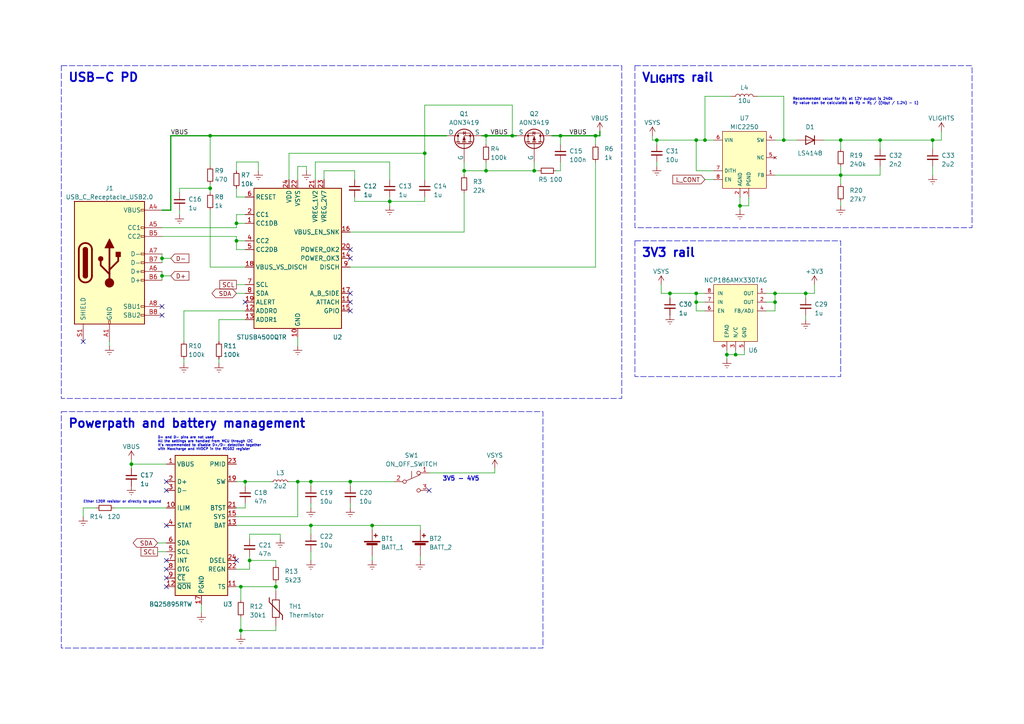
<source format=kicad_sch>
(kicad_sch (version 20230121) (generator eeschema)
  (paper "A4")
  (title_block (title "Aitken - Power") (date "2023-10-29") (rev "0.1") (company "b1u3-22"))
  (lib_symbols
    (symbol "Battery_Management:BQ25895RTW"
      (property "Reference" "U" (at -5.08 22.86 0))
      (property "Value" "BQ25895RTW" (at 5.08 22.86 0))
      (symbol "BQ25895RTW_0_1"
        (rectangle (start -7.62 20.32) (end 7.62 -20.32) (stroke (width 0.254)) (fill (type background)))
      )
      (symbol "BQ25895RTW_1_1"
        (pin power_in line (at -10.16 17.78 0) (length 2.54) (name "VBUS") (number "1"))
        (pin passive line (at -10.16 5.08 0) (length 2.54) (name "ILIM") (number "10"))
        (pin passive line (at 10.16 -17.78 180) (length 2.54) (name "TS") (number "11"))
        (pin input line (at -10.16 -17.78 0) (length 2.54) (name "~{QON}") (number "12"))
        (pin passive line (at 10.16 0 180) (length 2.54) (name "BAT") (number "13"))
        (pin passive line (at 10.16 0 180) (length 2.54) hide (name "BAT") (number "14"))
        (pin passive line (at 10.16 2.54 180) (length 2.54) (name "SYS") (number "15"))
        (pin passive line (at 10.16 2.54 180) (length 2.54) hide (name "SYS") (number "16"))
        (pin power_in line (at 0 -22.86 90) (length 2.54) (name "PGND") (number "17"))
        (pin passive line (at 0 -22.86 90) (length 2.54) hide (name "PGND") (number "18"))
        (pin power_out line (at 10.16 12.7 180) (length 2.54) (name "SW") (number "19"))
        (pin bidirectional line (at -10.16 12.7 0) (length 2.54) (name "D+") (number "2"))
        (pin passive line (at 10.16 12.7 180) (length 2.54) hide (name "SW") (number "20"))
        (pin passive line (at 10.16 5.08 180) (length 2.54) (name "BTST") (number "21"))
        (pin passive line (at 10.16 -12.7 180) (length 2.54) (name "REGN") (number "22"))
        (pin power_out line (at 10.16 17.78 180) (length 2.54) (name "PMID") (number "23"))
        (pin open_collector line (at 10.16 -10.16 180) (length 2.54) (name "DSEL") (number "24"))
        (pin passive line (at 0 -22.86 90) (length 2.54) hide (name "PGND") (number "25"))
        (pin bidirectional line (at -10.16 10.16 0) (length 2.54) (name "D-") (number "3"))
        (pin open_collector line (at -10.16 0 0) (length 2.54) (name "STAT") (number "4"))
        (pin input line (at -10.16 -7.62 0) (length 2.54) (name "SCL") (number "5"))
        (pin bidirectional line (at -10.16 -5.08 0) (length 2.54) (name "SDA") (number "6"))
        (pin open_collector line (at -10.16 -10.16 0) (length 2.54) (name "INT") (number "7"))
        (pin input line (at -10.16 -12.7 0) (length 2.54) (name "OTG") (number "8"))
        (pin input line (at -10.16 -15.24 0) (length 2.54) (name "~{CE}") (number "9"))
      )
    )
    (symbol "Connector:USB_C_Receptacle_USB2.0" (pin_names (offset 1.016))
      (property "Reference" "J" (at -10.16 19.05 0))
      (property "Value" "USB_C_Receptacle_USB2.0" (at 19.05 19.05 0))
      (symbol "USB_C_Receptacle_USB2.0_0_0"
        (rectangle (start -0.254 -17.78) (end 0.254 -16.764))
        (rectangle (start 10.16 -14.986) (end 9.144 -15.494))
        (rectangle (start 10.16 -12.446) (end 9.144 -12.954))
        (rectangle (start 10.16 -4.826) (end 9.144 -5.334))
        (rectangle (start 10.16 -2.286) (end 9.144 -2.794))
        (rectangle (start 10.16 0.254) (end 9.144 -0.254))
        (rectangle (start 10.16 2.794) (end 9.144 2.286))
        (rectangle (start 10.16 7.874) (end 9.144 7.366))
        (rectangle (start 10.16 10.414) (end 9.144 9.906))
        (rectangle (start 10.16 15.494) (end 9.144 14.986))
      )
      (symbol "USB_C_Receptacle_USB2.0_0_1"
        (rectangle (start -10.16 17.78) (end 10.16 -17.78) (stroke (width 0.254)) (fill (type background)))
        (arc (start -8.89 -3.81) (mid -6.985 -5.7067) (end -5.08 -3.81) (stroke (width 0.508)))
        (arc (start -7.62 -3.81) (mid -6.985 -4.4423) (end -6.35 -3.81) (stroke (width 0.254)))
        (arc (start -7.62 -3.81) (mid -6.985 -4.4423) (end -6.35 -3.81) (stroke (width 0.254)) (fill (type outline)))
        (rectangle (start -7.62 -3.81) (end -6.35 3.81) (stroke (width 0.254)) (fill (type outline)))
        (arc (start -6.35 3.81) (mid -6.985 4.4423) (end -7.62 3.81) (stroke (width 0.254)))
        (arc (start -6.35 3.81) (mid -6.985 4.4423) (end -7.62 3.81) (stroke (width 0.254)) (fill (type outline)))
        (arc (start -5.08 3.81) (mid -6.985 5.7067) (end -8.89 3.81) (stroke (width 0.508)))
        (circle (center -2.54 1.143) (radius 0.635) (stroke (width 0.254)) (fill (type outline)))
        (circle (center 0 -5.842) (radius 1.27) (fill (type outline)))
        (polyline (pts (xy -8.89 -3.81) (xy -8.89 3.81)) (stroke (width 0.508)))
        (polyline (pts (xy -5.08 3.81) (xy -5.08 -3.81)) (stroke (width 0.508)))
        (polyline (pts (xy 0 -5.842) (xy 0 4.318)) (stroke (width 0.508)))
        (polyline (pts (xy 0 -3.302) (xy -2.54 -0.762) (xy -2.54 0.508)) (stroke (width 0.508)))
        (polyline (pts (xy 0 -2.032) (xy 2.54 0.508) (xy 2.54 1.778)) (stroke (width 0.508)))
        (polyline (pts (xy -1.27 4.318) (xy 0 6.858) (xy 1.27 4.318) (xy -1.27 4.318)) (stroke (width 0.254)) (fill (type outline)))
        (rectangle (start 1.905 1.778) (end 3.175 3.048) (stroke (width 0.254)) (fill (type outline)))
      )
      (symbol "USB_C_Receptacle_USB2.0_1_1"
        (pin passive line (at 0 -22.86 90) (length 5.08) (name "GND") (number "A1"))
        (pin passive line (at 0 -22.86 90) (length 5.08) hide (name "GND") (number "A12"))
        (pin passive line (at 15.24 15.24 180) (length 5.08) (name "VBUS") (number "A4"))
        (pin bidirectional line (at 15.24 10.16 180) (length 5.08) (name "CC1") (number "A5"))
        (pin bidirectional line (at 15.24 -2.54 180) (length 5.08) (name "D+") (number "A6"))
        (pin bidirectional line (at 15.24 2.54 180) (length 5.08) (name "D-") (number "A7"))
        (pin bidirectional line (at 15.24 -12.7 180) (length 5.08) (name "SBU1") (number "A8"))
        (pin passive line (at 15.24 15.24 180) (length 5.08) hide (name "VBUS") (number "A9"))
        (pin passive line (at 0 -22.86 90) (length 5.08) hide (name "GND") (number "B1"))
        (pin passive line (at 0 -22.86 90) (length 5.08) hide (name "GND") (number "B12"))
        (pin passive line (at 15.24 15.24 180) (length 5.08) hide (name "VBUS") (number "B4"))
        (pin bidirectional line (at 15.24 7.62 180) (length 5.08) (name "CC2") (number "B5"))
        (pin bidirectional line (at 15.24 -5.08 180) (length 5.08) (name "D+") (number "B6"))
        (pin bidirectional line (at 15.24 0 180) (length 5.08) (name "D-") (number "B7"))
        (pin bidirectional line (at 15.24 -15.24 180) (length 5.08) (name "SBU2") (number "B8"))
        (pin passive line (at 15.24 15.24 180) (length 5.08) hide (name "VBUS") (number "B9"))
        (pin passive line (at -7.62 -22.86 90) (length 5.08) (name "SHIELD") (number "S1"))
      )
    )
    (symbol "Device:Battery_Cell" (pin_numbers hide) (pin_names (offset 0) hide)
      (property "Reference" "BT" (at 2.54 2.54 0))
      (property "Value" "Battery_Cell" (at 2.54 0 0))
      (symbol "Battery_Cell_0_1"
        (rectangle (start -2.286 1.778) (end 2.286 1.524) (fill (type outline)))
        (rectangle (start -1.5748 1.1938) (end 1.4732 0.6858) (fill (type outline)))
        (polyline (pts (xy 0 0.762) (xy 0 0)))
        (polyline (pts (xy 0 1.778) (xy 0 2.54)))
        (polyline (pts (xy 0.508 3.429) (xy 1.524 3.429)) (stroke (width 0.254)))
        (polyline (pts (xy 1.016 3.937) (xy 1.016 2.921)) (stroke (width 0.254)))
      )
      (symbol "Battery_Cell_1_1"
        (pin passive line (at 0 5.08 270) (length 2.54) (name "+") (number "1"))
        (pin passive line (at 0 -2.54 90) (length 2.54) (name "-") (number "2"))
      )
    )
    (symbol "Device:C_Small" (pin_numbers hide) (pin_names (offset 0.254) hide)
      (property "Reference" "C" (at 0.254 1.778 0))
      (property "Value" "C_Small" (at 0.254 -2.032 0))
      (symbol "C_Small_0_1"
        (polyline (pts (xy -1.524 -0.508) (xy 1.524 -0.508)) (stroke (width 0.3302)))
        (polyline (pts (xy -1.524 0.508) (xy 1.524 0.508)) (stroke (width 0.3048)))
      )
      (symbol "C_Small_1_1"
        (pin passive line (at 0 2.54 270) (length 2.032) (name "~") (number "1"))
        (pin passive line (at 0 -2.54 90) (length 2.032) (name "~") (number "2"))
      )
    )
    (symbol "Device:D" (pin_numbers hide) (pin_names (offset 1.016) hide)
      (property "Reference" "D" (at 0 2.54 0))
      (property "Value" "D" (at 0 -2.54 0))
      (symbol "D_0_1"
        (polyline (pts (xy -1.27 1.27) (xy -1.27 -1.27)) (stroke (width 0.254)))
        (polyline (pts (xy 1.27 0) (xy -1.27 0)))
        (polyline (pts (xy 1.27 1.27) (xy 1.27 -1.27) (xy -1.27 0) (xy 1.27 1.27)) (stroke (width 0.254)))
      )
      (symbol "D_1_1"
        (pin passive line (at -3.81 0 0) (length 2.54) (name "K") (number "1"))
        (pin passive line (at 3.81 0 180) (length 2.54) (name "A") (number "2"))
      )
    )
    (symbol "Device:L" (pin_numbers hide) (pin_names (offset 1.016) hide)
      (property "Reference" "L" (at -1.27 0 90))
      (property "Value" "L" (at 1.905 0 90))
      (symbol "L_0_1"
        (arc (start 0 -2.54) (mid 0.6323 -1.905) (end 0 -1.27))
        (arc (start 0 -1.27) (mid 0.6323 -0.635) (end 0 0))
        (arc (start 0 0) (mid 0.6323 0.635) (end 0 1.27))
        (arc (start 0 1.27) (mid 0.6323 1.905) (end 0 2.54))
      )
      (symbol "L_1_1"
        (pin passive line (at 0 3.81 270) (length 1.27) (name "1") (number "1"))
        (pin passive line (at 0 -3.81 90) (length 1.27) (name "2") (number "2"))
      )
    )
    (symbol "Device:L_Small" (pin_numbers hide) (pin_names (offset 0.254) hide)
      (property "Reference" "L" (at 0.762 1.016 0))
      (property "Value" "L_Small" (at 0.762 -1.016 0))
      (symbol "L_Small_0_1"
        (arc (start 0 -2.032) (mid 0.5058 -1.524) (end 0 -1.016))
        (arc (start 0 -1.016) (mid 0.5058 -0.508) (end 0 0))
        (arc (start 0 0) (mid 0.5058 0.508) (end 0 1.016))
        (arc (start 0 1.016) (mid 0.5058 1.524) (end 0 2.032))
      )
      (symbol "L_Small_1_1"
        (pin passive line (at 0 2.54 270) (length 0.508) (name "~") (number "1"))
        (pin passive line (at 0 -2.54 90) (length 0.508) (name "~") (number "2"))
      )
    )
    (symbol "Device:R_Small" (pin_numbers hide) (pin_names (offset 0.254) hide)
      (property "Reference" "R" (at 0.762 0.508 0))
      (property "Value" "R_Small" (at 0.762 -1.016 0))
      (symbol "R_Small_0_1"
        (rectangle (start -0.762 1.778) (end 0.762 -1.778) (stroke (width 0.2032)))
      )
      (symbol "R_Small_1_1"
        (pin passive line (at 0 2.54 270) (length 0.762) (name "~") (number "1"))
        (pin passive line (at 0 -2.54 90) (length 0.762) (name "~") (number "2"))
      )
    )
    (symbol "Device:Thermistor" (pin_numbers hide) (pin_names (offset 0))
      (property "Reference" "TH" (at 2.54 1.27 90))
      (property "Value" "Thermistor" (at -2.54 0 90))
      (symbol "Thermistor_0_1"
        (rectangle (start -1.016 2.54) (end 1.016 -2.54) (stroke (width 0.2032)))
        (polyline (pts (xy -1.905 3.175) (xy -1.905 1.905) (xy 1.905 -1.905) (xy 1.905 -3.175) (xy 1.905 -3.175)) (stroke (width 0.254)))
      )
      (symbol "Thermistor_1_1"
        (pin passive line (at 0 5.08 270) (length 2.54) (name "~") (number "1"))
        (pin passive line (at 0 -5.08 90) (length 2.54) (name "~") (number "2"))
      )
    )
    (symbol "Interface_USB:STUSB4500QTR"
      (property "Reference" "U" (at -12.7 21.59 0))
      (property "Value" "STUSB4500QTR" (at 8.89 -21.59 0))
      (symbol "STUSB4500QTR_0_1"
        (rectangle (start -12.7 20.32) (end 12.7 -20.32) (stroke (width 0.254)) (fill (type background)))
      )
      (symbol "STUSB4500QTR_1_1"
        (pin bidirectional line (at -15.24 10.16 0) (length 2.54) (name "CC1DB") (number "1"))
        (pin power_in line (at 0 -22.86 90) (length 2.54) (name "GND") (number "10"))
        (pin open_collector line (at 15.24 -12.7 180) (length 2.54) (name "ATTACH") (number "11"))
        (pin input line (at -15.24 -15.24 0) (length 2.54) (name "ADDR0") (number "12"))
        (pin input line (at -15.24 -17.78 0) (length 2.54) (name "ADDR1") (number "13"))
        (pin open_collector line (at 15.24 0 180) (length 2.54) (name "POWER_OK3") (number "14"))
        (pin open_collector line (at 15.24 -15.24 180) (length 2.54) (name "GPIO") (number "15"))
        (pin open_collector line (at 15.24 7.62 180) (length 2.54) (name "VBUS_EN_SNK") (number "16"))
        (pin open_collector line (at 15.24 -10.16 180) (length 2.54) (name "A_B_SIDE") (number "17"))
        (pin input line (at -15.24 -2.54 0) (length 2.54) (name "VBUS_VS_DISCH") (number "18"))
        (pin open_collector line (at -15.24 -12.7 0) (length 2.54) (name "ALERT") (number "19"))
        (pin bidirectional line (at -15.24 12.7 0) (length 2.54) (name "CC1") (number "2"))
        (pin open_collector line (at 15.24 2.54 180) (length 2.54) (name "POWER_OK2") (number "20"))
        (pin power_out line (at 5.08 22.86 270) (length 2.54) (name "VREG_1V2") (number "21"))
        (pin power_in line (at 0 22.86 270) (length 2.54) (name "VSYS") (number "22"))
        (pin power_out line (at 7.62 22.86 270) (length 2.54) (name "VREG_2V7") (number "23"))
        (pin power_in line (at -2.54 22.86 270) (length 2.54) (name "VDD") (number "24"))
        (pin passive line (at 0 -22.86 90) (length 2.54) hide (name "GND") (number "25"))
        (pin no_connect line (at -12.7 15.24 0) (length 2.54) hide (name "NC") (number "3"))
        (pin bidirectional line (at -15.24 5.08 0) (length 2.54) (name "CC2") (number "4"))
        (pin bidirectional line (at -15.24 2.54 0) (length 2.54) (name "CC2DB") (number "5"))
        (pin input line (at -15.24 17.78 0) (length 2.54) (name "RESET") (number "6"))
        (pin input line (at -15.24 -7.62 0) (length 2.54) (name "SCL") (number "7"))
        (pin bidirectional line (at -15.24 -10.16 0) (length 2.54) (name "SDA") (number "8"))
        (pin bidirectional line (at 15.24 -2.54 180) (length 2.54) (name "DISCH") (number "9"))
      )
    )
    (symbol "Regulators_Switching:MIC2250"
      (property "Reference" "U" (at 6.35 -6.35 0))
      (property "Value" "MIC2250" (at 0 13.97 0))
      (symbol "MIC2250_1_0"
        (pin input line (at 8.89 0 180) (length 2.54) (name "FB") (number "1"))
        (pin passive line (at -1.27 -6.35 90) (length 2.54) (name "AGND") (number "2"))
        (pin passive line (at 1.27 -6.35 90) (length 2.54) (name "PGND") (number "3"))
        (pin power_out line (at 8.89 10.16 180) (length 2.54) (name "SW") (number "4"))
        (pin no_connect line (at 8.89 5.08 180) (length 2.54) (name "NC") (number "5"))
        (pin power_in line (at -8.89 10.16 0) (length 2.54) (name "VIN") (number "6"))
        (pin input line (at -8.89 1.27 0) (length 2.54) (name "DITH") (number "7"))
        (pin input line (at -8.89 -1.27 0) (length 2.54) (name "EN") (number "8"))
      )
      (symbol "MIC2250_1_1"
        (rectangle (start -6.35 12.7) (end 6.35 -3.81) (fill (type background)))
      )
    )
    (symbol "Simulation_SPICE:PMOS" (pin_numbers hide) (pin_names (offset 0))
      (property "Reference" "Q" (at 5.08 1.27 0))
      (property "Value" "PMOS" (at 5.08 -1.27 0))
      (symbol "PMOS_0_1"
        (polyline (pts (xy 0.254 0) (xy -2.54 0)))
        (polyline (pts (xy 0.254 1.905) (xy 0.254 -1.905)) (stroke (width 0.254)))
        (polyline (pts (xy 0.762 -1.27) (xy 0.762 -2.286)) (stroke (width 0.254)))
        (polyline (pts (xy 0.762 0.508) (xy 0.762 -0.508)) (stroke (width 0.254)))
        (polyline (pts (xy 0.762 2.286) (xy 0.762 1.27)) (stroke (width 0.254)))
        (polyline (pts (xy 2.54 2.54) (xy 2.54 1.778)))
        (polyline (pts (xy 2.54 -2.54) (xy 2.54 0) (xy 0.762 0)))
        (polyline (pts (xy 0.762 1.778) (xy 3.302 1.778) (xy 3.302 -1.778) (xy 0.762 -1.778)))
        (polyline (pts (xy 2.286 0) (xy 1.27 0.381) (xy 1.27 -0.381) (xy 2.286 0)) (fill (type outline)))
        (polyline (pts (xy 2.794 -0.508) (xy 2.921 -0.381) (xy 3.683 -0.381) (xy 3.81 -0.254)))
        (polyline (pts (xy 3.302 -0.381) (xy 2.921 0.254) (xy 3.683 0.254) (xy 3.302 -0.381)))
        (circle (center 1.651 0) (radius 2.794) (stroke (width 0.254)))
        (circle (center 2.54 -1.778) (radius 0.254) (fill (type outline)))
        (circle (center 2.54 1.778) (radius 0.254) (fill (type outline)))
      )
      (symbol "PMOS_1_1"
        (pin passive line (at 2.54 5.08 270) (length 2.54) (name "D") (number "1"))
        (pin input line (at -5.08 0 0) (length 2.54) (name "G") (number "2"))
        (pin passive line (at 2.54 -5.08 90) (length 2.54) (name "S") (number "3"))
      )
    )
    (symbol "Snapeda:NCP186AMX330TAG" (pin_names (offset 1.016))
      (property "Reference" "U6" (at 1.27 -5.08 0))
      (property "Value" "NCP186AMX330TAG" (at -3.81 15.24 0))
      (symbol "NCP186AMX330TAG_0_0"
        (rectangle (start -10.16 13.97) (end 2.54 -2.54) (stroke (width 0.1524)) (fill (type background)))
      )
      (symbol "NCP186AMX330TAG_1_0"
        (pin output line (at 5.08 11.43 180) (length 2.54) (name "OUT") (number "1"))
        (pin output line (at 5.08 8.89 180) (length 2.54) (name "OUT") (number "2"))
        (pin passive line (at -3.81 -5.08 90) (length 2.54) (name "N/C") (number "3"))
        (pin input line (at 5.08 6.35 180) (length 2.54) (name "FB/ADJ") (number "4"))
        (pin power_in line (at -1.27 -5.08 90) (length 2.54) (name "GND") (number "5"))
        (pin input line (at -12.7 6.35 0) (length 2.54) (name "EN") (number "6"))
        (pin input line (at -12.7 8.89 0) (length 2.54) (name "IN") (number "7"))
        (pin input line (at -12.7 11.43 0) (length 2.54) (name "IN") (number "8"))
        (pin power_in line (at -6.35 -5.08 90) (length 2.54) (name "EPAD") (number "9"))
      )
    )
    (symbol "Switch:SW_Push_SPDT" (pin_names (offset 0) hide)
      (property "Reference" "SW" (at 0 4.318 0))
      (property "Value" "SW_Push_SPDT" (at 0 -5.08 0))
      (symbol "SW_Push_SPDT_0_0"
        (circle (center -2.032 0) (radius 0.508))
        (polyline (pts (xy 0 1.016) (xy 0 3.048)))
        (circle (center 2.032 -2.54) (radius 0.508))
      )
      (symbol "SW_Push_SPDT_0_1"
        (polyline (pts (xy -1.524 0.254) (xy 2.54 2.032)))
        (circle (center 2.032 2.54) (radius 0.508))
      )
      (symbol "SW_Push_SPDT_1_1"
        (pin passive line (at 5.08 2.54 180) (length 2.54) (name "A") (number "1"))
        (pin passive line (at -5.08 0 0) (length 2.54) (name "B") (number "2"))
        (pin passive line (at 5.08 -2.54 180) (length 2.54) (name "C") (number "3"))
      )
    )
    (symbol "more_power:VLIGHTS" (power) (pin_names (offset 0))
      (property "Value" "VLIGHTS" (at 0 3.81 0))
      (symbol "VLIGHTS_0_1"
        (polyline (pts (xy -0.762 1.27) (xy 0 2.54)))
        (polyline (pts (xy 0 0) (xy 0 2.54)))
        (polyline (pts (xy 0 2.54) (xy 0.762 1.27)))
      )
      (symbol "VLIGHTS_1_1"
        (pin power_in line (at 0 0 90) (length 0) hide (name "VLIGHTS") (number "1"))
      )
    )
    (symbol "more_power:VSYS" (power) (pin_names (offset 0))
      (property "Value" "VSYS" (at 0 3.81 0))
      (symbol "VSYS_0_1"
        (polyline (pts (xy -0.762 1.27) (xy 0 2.54)))
        (polyline (pts (xy 0 0) (xy 0 2.54)))
        (polyline (pts (xy 0 2.54) (xy 0.762 1.27)))
      )
      (symbol "VSYS_1_1"
        (pin power_in line (at 0 0 90) (length 0) hide (name "VSYS") (number "1"))
      )
    )
    (symbol "power:+3V3" (power) (pin_names (offset 0))
      (property "Value" "+3V3" (at 0 3.556 0))
      (symbol "+3V3_0_1"
        (polyline (pts (xy -0.762 1.27) (xy 0 2.54)))
        (polyline (pts (xy 0 0) (xy 0 2.54)))
        (polyline (pts (xy 0 2.54) (xy 0.762 1.27)))
      )
      (symbol "+3V3_1_1"
        (pin power_in line (at 0 0 90) (length 0) hide (name "+3V3") (number "1"))
      )
    )
    (symbol "power:Earth" (power) (pin_names (offset 0))
      (symbol "Earth_0_1"
        (polyline (pts (xy -0.635 -1.905) (xy 0.635 -1.905)))
        (polyline (pts (xy -0.127 -2.54) (xy 0.127 -2.54)))
        (polyline (pts (xy 0 -1.27) (xy 0 0)))
        (polyline (pts (xy 1.27 -1.27) (xy -1.27 -1.27)))
      )
      (symbol "Earth_1_1"
        (pin power_in line (at 0 0 270) (length 0) hide (name "Earth") (number "1"))
      )
    )
    (symbol "power:VBUS" (power) (pin_names (offset 0))
      (property "Value" "VBUS" (at 0 3.81 0))
      (symbol "VBUS_0_1"
        (polyline (pts (xy -0.762 1.27) (xy 0 2.54)))
        (polyline (pts (xy 0 0) (xy 0 2.54)))
        (polyline (pts (xy 0 2.54) (xy 0.762 1.27)))
      )
      (symbol "VBUS_1_1"
        (pin power_in line (at 0 0 90) (length 0) hide (name "VBUS") (number "1"))
      )
    )
  )
  (junction (at 140.97 39.37))
  (junction (at 68.58 64.77))
  (junction (at 243.84 50.8))
  (junction (at 46.99 80.01))
  (junction (at 162.56 39.37))
  (junction (at 210.82 102.87))
  (junction (at 224.79 87.63))
  (junction (at 69.85 170.18))
  (junction (at 201.93 40.64))
  (junction (at 243.84 40.64))
  (junction (at 71.12 139.7))
  (junction (at 214.63 59.69))
  (junction (at 38.1 134.62))
  (junction (at 134.62 49.53))
  (junction (at 46.99 74.93))
  (junction (at 60.96 39.37))
  (junction (at 213.36 102.87))
  (junction (at 90.17 152.4))
  (junction (at 204.47 40.64))
  (junction (at 201.93 87.63))
  (junction (at 154.94 49.53))
  (junction (at 80.01 170.18))
  (junction (at 72.39 162.56))
  (junction (at 86.36 139.7))
  (junction (at 255.27 40.64))
  (junction (at 90.17 139.7))
  (junction (at 172.72 39.37))
  (junction (at 69.85 182.88))
  (junction (at 148.59 39.37))
  (junction (at 194.31 85.09))
  (junction (at 224.79 85.09))
  (junction (at 113.03 58.42))
  (junction (at 123.19 44.45))
  (junction (at 60.96 54.61))
  (junction (at 140.97 49.53))
  (junction (at 101.6 139.7))
  (junction (at 190.5 40.64))
  (junction (at 68.58 69.85))
  (junction (at 233.68 85.09))
  (junction (at 201.93 85.09))
  (junction (at 107.95 152.4))
  (junction (at 270.51 40.64))
  (junction (at 227.33 40.64))
  (no_connect (at 71.12 87.63))
  (no_connect (at 101.6 90.17))
  (no_connect (at 48.26 167.64))
  (no_connect (at 48.26 165.1))
  (no_connect (at 101.6 87.63))
  (no_connect (at 24.13 99.06))
  (no_connect (at 48.26 142.24))
  (no_connect (at 101.6 74.93))
  (no_connect (at 101.6 72.39))
  (no_connect (at 48.26 139.7))
  (no_connect (at 48.26 170.18))
  (no_connect (at 101.6 85.09))
  (no_connect (at 68.58 162.56))
  (no_connect (at 46.99 91.44))
  (no_connect (at 48.26 152.4))
  (no_connect (at 46.99 88.9))
  (no_connect (at 124.46 142.24))
  (no_connect (at 48.26 162.56))
  (wire (pts (xy 201.93 49.53) (xy 201.93 40.64)))
  (wire (pts (xy 154.94 49.53) (xy 156.21 49.53)))
  (wire (pts (xy 270.51 48.26) (xy 270.51 50.8)))
  (wire (pts (xy 243.84 50.8) (xy 243.84 53.34)))
  (wire (pts (xy 123.19 44.45) (xy 83.82 44.45)))
  (wire (pts (xy 204.47 27.94) (xy 212.09 27.94)))
  (wire (pts (xy 63.5 104.14) (xy 63.5 105.41)))
  (wire (pts (xy 107.95 161.29) (xy 107.95 162.56)))
  (wire (pts (xy 69.85 170.18) (xy 80.01 170.18)))
  (wire (pts (xy 207.01 49.53) (xy 201.93 49.53)))
  (wire (pts (xy 123.19 58.42) (xy 113.03 58.42)))
  (wire (pts (xy 49.53 60.96) (xy 49.53 39.37)) (stroke (width 0.35)))
  (wire (pts (xy 255.27 40.64) (xy 270.51 40.64)))
  (wire (pts (xy 201.93 85.09) (xy 204.47 85.09)))
  (wire (pts (xy 80.01 168.91) (xy 80.01 170.18)))
  (wire (pts (xy 90.17 146.05) (xy 90.17 147.32)))
  (wire (pts (xy 49.53 39.37) (xy 60.96 39.37)) (stroke (width 0.35)))
  (wire (pts (xy 68.58 57.15) (xy 68.58 54.61)))
  (wire (pts (xy 124.46 137.16) (xy 143.51 137.16)))
  (wire (pts (xy 134.62 49.53) (xy 140.97 49.53)))
  (wire (pts (xy 214.63 59.69) (xy 217.17 59.69)))
  (wire (pts (xy 71.12 139.7) (xy 71.12 140.97)))
  (wire (pts (xy 90.17 160.02) (xy 90.17 162.56)))
  (wire (pts (xy 71.12 139.7) (xy 78.74 139.7)))
  (wire (pts (xy 222.25 85.09) (xy 224.79 85.09)))
  (wire (pts (xy 24.13 149.86) (xy 24.13 147.32)))
  (wire (pts (xy 86.36 139.7) (xy 90.17 139.7)))
  (wire (pts (xy 213.36 102.87) (xy 215.9 102.87)))
  (wire (pts (xy 46.99 80.01) (xy 46.99 78.74)))
  (wire (pts (xy 222.25 90.17) (xy 224.79 90.17)))
  (wire (pts (xy 74.93 46.99) (xy 74.93 49.53)))
  (wire (pts (xy 46.99 80.01) (xy 46.99 81.28)))
  (wire (pts (xy 93.98 52.07) (xy 93.98 49.53)))
  (wire (pts (xy 214.63 59.69) (xy 214.63 60.96)))
  (wire (pts (xy 60.96 77.47) (xy 60.96 60.96)))
  (wire (pts (xy 90.17 139.7) (xy 90.17 140.97)))
  (wire (pts (xy 86.36 48.26) (xy 88.9 48.26)))
  (wire (pts (xy 60.96 39.37) (xy 58.42 39.37)))
  (wire (pts (xy 233.68 91.44) (xy 233.68 92.71)))
  (wire (pts (xy 68.58 147.32) (xy 71.12 147.32)))
  (wire (pts (xy 148.59 39.37) (xy 148.59 30.48)))
  (wire (pts (xy 80.01 170.18) (xy 80.01 171.45)))
  (wire (pts (xy 210.82 102.87) (xy 210.82 104.14)))
  (wire (pts (xy 80.01 163.83) (xy 80.01 162.56)))
  (wire (pts (xy 69.85 182.88) (xy 80.01 182.88)))
  (wire (pts (xy 243.84 40.64) (xy 255.27 40.64)))
  (wire (pts (xy 68.58 64.77) (xy 68.58 62.23)))
  (wire (pts (xy 123.19 57.15) (xy 123.19 58.42)))
  (wire (pts (xy 243.84 50.8) (xy 243.84 48.26)))
  (wire (pts (xy 140.97 39.37) (xy 148.59 39.37)) (stroke (width 0.35)))
  (wire (pts (xy 236.22 85.09) (xy 236.22 82.55)))
  (wire (pts (xy 162.56 39.37) (xy 172.72 39.37)) (stroke (width 0.35)))
  (wire (pts (xy 63.5 99.06) (xy 63.5 92.71)))
  (wire (pts (xy 233.68 85.09) (xy 236.22 85.09)))
  (wire (pts (xy 91.44 52.07) (xy 91.44 46.99)))
  (wire (pts (xy 45.72 160.02) (xy 48.26 160.02)))
  (wire (pts (xy 31.75 99.06) (xy 31.75 100.33)))
  (wire (pts (xy 143.51 137.16) (xy 143.51 135.89)))
  (wire (pts (xy 201.93 87.63) (xy 204.47 87.63)))
  (wire (pts (xy 194.31 85.09) (xy 191.77 85.09)))
  (wire (pts (xy 71.12 72.39) (xy 68.58 72.39)))
  (wire (pts (xy 86.36 52.07) (xy 86.36 48.26)))
  (wire (pts (xy 102.87 58.42) (xy 102.87 57.15)))
  (wire (pts (xy 201.93 40.64) (xy 204.47 40.64)))
  (wire (pts (xy 134.62 49.53) (xy 134.62 50.8)))
  (wire (pts (xy 72.39 162.56) (xy 80.01 162.56)))
  (wire (pts (xy 90.17 152.4) (xy 90.17 154.94)))
  (wire (pts (xy 71.12 147.32) (xy 71.12 146.05)))
  (wire (pts (xy 162.56 39.37) (xy 162.56 41.91)))
  (wire (pts (xy 68.58 68.58) (xy 68.58 69.85)))
  (wire (pts (xy 214.63 57.15) (xy 214.63 59.69)))
  (wire (pts (xy 68.58 62.23) (xy 71.12 62.23)))
  (wire (pts (xy 233.68 85.09) (xy 233.68 86.36)))
  (wire (pts (xy 88.9 48.26) (xy 88.9 49.53)))
  (wire (pts (xy 101.6 67.31) (xy 134.62 67.31)))
  (wire (pts (xy 68.58 49.53) (xy 68.58 46.99)))
  (wire (pts (xy 46.99 74.93) (xy 49.53 74.93)))
  (wire (pts (xy 86.36 139.7) (xy 83.82 139.7)))
  (wire (pts (xy 72.39 156.21) (xy 72.39 154.94)))
  (wire (pts (xy 172.72 46.99) (xy 172.72 77.47)))
  (wire (pts (xy 162.56 49.53) (xy 162.56 46.99)))
  (wire (pts (xy 190.5 41.91) (xy 190.5 40.64)))
  (wire (pts (xy 68.58 46.99) (xy 74.93 46.99)))
  (wire (pts (xy 224.79 90.17) (xy 224.79 87.63)))
  (wire (pts (xy 215.9 102.87) (xy 215.9 101.6)))
  (wire (pts (xy 123.19 30.48) (xy 123.19 44.45)))
  (wire (pts (xy 204.47 40.64) (xy 204.47 27.94)))
  (wire (pts (xy 53.34 104.14) (xy 53.34 105.41)))
  (wire (pts (xy 121.92 152.4) (xy 121.92 153.67)))
  (wire (pts (xy 68.58 64.77) (xy 68.58 66.04)))
  (wire (pts (xy 68.58 165.1) (xy 72.39 165.1)))
  (wire (pts (xy 33.02 147.32) (xy 48.26 147.32)))
  (wire (pts (xy 217.17 59.69) (xy 217.17 57.15)))
  (wire (pts (xy 68.58 170.18) (xy 69.85 170.18)))
  (wire (pts (xy 52.07 60.96) (xy 52.07 62.23)))
  (wire (pts (xy 60.96 39.37) (xy 60.96 48.26)))
  (wire (pts (xy 172.72 39.37) (xy 173.99 39.37)) (stroke (width 0.35)))
  (wire (pts (xy 222.25 87.63) (xy 224.79 87.63)))
  (wire (pts (xy 52.07 54.61) (xy 60.96 54.61)))
  (wire (pts (xy 68.58 152.4) (xy 90.17 152.4)))
  (wire (pts (xy 46.99 66.04) (xy 68.58 66.04)))
  (wire (pts (xy 101.6 139.7) (xy 114.3 139.7)))
  (wire (pts (xy 210.82 102.87) (xy 213.36 102.87)))
  (wire (pts (xy 210.82 102.87) (xy 210.82 101.6)))
  (wire (pts (xy 154.94 49.53) (xy 154.94 46.99)))
  (wire (pts (xy 58.42 175.26) (xy 58.42 177.8)))
  (wire (pts (xy 172.72 39.37) (xy 172.72 41.91)))
  (wire (pts (xy 227.33 27.94) (xy 227.33 40.64)))
  (wire (pts (xy 52.07 55.88) (xy 52.07 54.61)))
  (wire (pts (xy 270.51 40.64) (xy 270.51 43.18)))
  (wire (pts (xy 140.97 49.53) (xy 140.97 46.99)))
  (wire (pts (xy 172.72 77.47) (xy 101.6 77.47)))
  (wire (pts (xy 201.93 90.17) (xy 201.93 87.63)))
  (wire (pts (xy 68.58 69.85) (xy 71.12 69.85)))
  (wire (pts (xy 68.58 82.55) (xy 71.12 82.55)))
  (wire (pts (xy 68.58 149.86) (xy 86.36 149.86)))
  (wire (pts (xy 71.12 77.47) (xy 60.96 77.47)))
  (wire (pts (xy 38.1 135.89) (xy 38.1 134.62)))
  (wire (pts (xy 86.36 97.79) (xy 86.36 100.33)))
  (wire (pts (xy 224.79 87.63) (xy 224.79 85.09)))
  (wire (pts (xy 139.7 39.37) (xy 140.97 39.37)) (stroke (width 0.35)))
  (wire (pts (xy 53.34 90.17) (xy 53.34 99.06)))
  (wire (pts (xy 113.03 58.42) (xy 102.87 58.42)))
  (wire (pts (xy 71.12 64.77) (xy 68.58 64.77)))
  (wire (pts (xy 107.95 152.4) (xy 107.95 153.67)))
  (wire (pts (xy 102.87 49.53) (xy 102.87 52.07)))
  (wire (pts (xy 255.27 50.8) (xy 255.27 48.26)))
  (wire (pts (xy 255.27 40.64) (xy 255.27 43.18)))
  (wire (pts (xy 213.36 101.6) (xy 213.36 102.87)))
  (wire (pts (xy 69.85 170.18) (xy 69.85 173.99)))
  (wire (pts (xy 227.33 40.64) (xy 231.14 40.64)))
  (wire (pts (xy 63.5 92.71) (xy 71.12 92.71)))
  (wire (pts (xy 71.12 57.15) (xy 68.58 57.15)))
  (wire (pts (xy 46.99 73.66) (xy 46.99 74.93)))
  (wire (pts (xy 72.39 165.1) (xy 72.39 162.56)))
  (wire (pts (xy 81.28 154.94) (xy 81.28 156.21)))
  (wire (pts (xy 224.79 50.8) (xy 243.84 50.8)))
  (wire (pts (xy 72.39 162.56) (xy 72.39 161.29)))
  (wire (pts (xy 201.93 90.17) (xy 204.47 90.17)))
  (wire (pts (xy 243.84 40.64) (xy 243.84 43.18)))
  (wire (pts (xy 38.1 134.62) (xy 48.26 134.62)))
  (wire (pts (xy 190.5 40.64) (xy 189.23 40.64)))
  (wire (pts (xy 46.99 80.01) (xy 49.53 80.01)))
  (wire (pts (xy 72.39 154.94) (xy 81.28 154.94)))
  (wire (pts (xy 140.97 49.53) (xy 154.94 49.53)))
  (wire (pts (xy 68.58 72.39) (xy 68.58 69.85)))
  (wire (pts (xy 60.96 39.37) (xy 129.54 39.37)) (stroke (width 0.35)))
  (wire (pts (xy 123.19 44.45) (xy 123.19 52.07)))
  (wire (pts (xy 134.62 46.99) (xy 134.62 49.53)))
  (wire (pts (xy 161.29 49.53) (xy 162.56 49.53)))
  (wire (pts (xy 140.97 41.91) (xy 140.97 39.37)))
  (wire (pts (xy 80.01 182.88) (xy 80.01 181.61)))
  (wire (pts (xy 46.99 60.96) (xy 49.53 60.96)) (stroke (width 0.35)))
  (wire (pts (xy 69.85 179.07) (xy 69.85 182.88)))
  (wire (pts (xy 91.44 46.99) (xy 113.03 46.99)))
  (wire (pts (xy 204.47 40.64) (xy 207.01 40.64)))
  (wire (pts (xy 224.79 85.09) (xy 233.68 85.09)))
  (wire (pts (xy 93.98 49.53) (xy 102.87 49.53)))
  (wire (pts (xy 46.99 68.58) (xy 68.58 68.58)))
  (wire (pts (xy 24.13 147.32) (xy 27.94 147.32)))
  (wire (pts (xy 83.82 44.45) (xy 83.82 52.07)))
  (wire (pts (xy 113.03 58.42) (xy 113.03 59.69)))
  (wire (pts (xy 238.76 40.64) (xy 243.84 40.64)))
  (wire (pts (xy 190.5 46.99) (xy 190.5 48.26)))
  (wire (pts (xy 243.84 58.42) (xy 243.84 59.69)))
  (wire (pts (xy 101.6 139.7) (xy 101.6 140.97)))
  (wire (pts (xy 160.02 39.37) (xy 162.56 39.37)) (stroke (width 0.35)))
  (wire (pts (xy 113.03 46.99) (xy 113.03 52.07)))
  (wire (pts (xy 148.59 30.48) (xy 123.19 30.48)))
  (wire (pts (xy 60.96 53.34) (xy 60.96 54.61)))
  (wire (pts (xy 194.31 85.09) (xy 194.31 86.36)))
  (wire (pts (xy 121.92 161.29) (xy 121.92 162.56)))
  (wire (pts (xy 148.59 39.37) (xy 149.86 39.37)) (stroke (width 0.35)))
  (wire (pts (xy 60.96 54.61) (xy 60.96 55.88)))
  (wire (pts (xy 204.47 52.07) (xy 207.01 52.07)))
  (wire (pts (xy 273.05 40.64) (xy 273.05 38.1)))
  (wire (pts (xy 243.84 50.8) (xy 255.27 50.8)))
  (wire (pts (xy 201.93 87.63) (xy 201.93 85.09)))
  (wire (pts (xy 86.36 149.86) (xy 86.36 139.7)))
  (wire (pts (xy 45.72 157.48) (xy 48.26 157.48)))
  (wire (pts (xy 173.99 39.37) (xy 173.99 38.1)) (stroke (width 0.35)))
  (wire (pts (xy 90.17 152.4) (xy 107.95 152.4)))
  (wire (pts (xy 90.17 139.7) (xy 101.6 139.7)))
  (wire (pts (xy 219.71 27.94) (xy 227.33 27.94)))
  (wire (pts (xy 113.03 57.15) (xy 113.03 58.42)))
  (wire (pts (xy 190.5 40.64) (xy 201.93 40.64)))
  (wire (pts (xy 191.77 85.09) (xy 191.77 82.55)))
  (wire (pts (xy 71.12 90.17) (xy 53.34 90.17)))
  (wire (pts (xy 101.6 146.05) (xy 101.6 147.32)))
  (wire (pts (xy 270.51 40.64) (xy 273.05 40.64)))
  (wire (pts (xy 107.95 152.4) (xy 121.92 152.4)))
  (wire (pts (xy 69.85 182.88) (xy 69.85 184.15)))
  (wire (pts (xy 201.93 85.09) (xy 194.31 85.09)))
  (wire (pts (xy 189.23 40.64) (xy 189.23 39.37)))
  (wire (pts (xy 227.33 40.64) (xy 224.79 40.64)))
  (wire (pts (xy 68.58 85.09) (xy 71.12 85.09)))
  (wire (pts (xy 68.58 139.7) (xy 71.12 139.7)))
  (wire (pts (xy 134.62 67.31) (xy 134.62 55.88)))
  (wire (pts (xy 38.1 133.35) (xy 38.1 134.62)))
  (wire (pts (xy 46.99 74.93) (xy 46.99 76.2)))
  (text_box "V_{LIGHTS} rail" (at 184.15 19.05 0) (size 97.79 46.99) (stroke (width 0) (type dash)) (effects (font (size 2.5 2.5) (thickness 0.5) bold) (justify left top)))
  (text_box "Powerpath and battery management" (at 17.78 119.38 0) (size 139.7 68.58) (stroke (width 0) (type dash)) (effects (font (size 2.5 2.5) (thickness 0.5) bold) (justify left top)))
  (text_box "3V3 rail" (at 184.15 69.85 0) (size 59.69 39.37) (stroke (width 0) (type dash)) (effects (font (size 2.5 2.5) (thickness 0.5) bold) (justify left top)))
  (text_box "USB-C PD" (at 17.78 19.05 0) (size 162.56 96.52) (stroke (width 0) (type dash)) (effects (font (size 2.5 2.5) (thickness 0.5) bold) (justify left top)))
  (text "Either 120R resistor or directly to ground" (at 24.13 146.05 0) (effects (font (size 0.7 0.7) bold) (justify left bottom)))
  (text "Recommended value for R_{1} at 12V output is 240k \nR_{2} value can be calculated as R_{2} = R_{1} / ((V_{OUT} / 1.24) - 1)" (at 229.87 30.48 0) (effects (font (size 0.75 0.75)) (justify left bottom)))
  (text "3V5 - 4V5" (at 128.27 139.7 0) (effects (font (size 1.27 1.27) bold) (justify left bottom)))
  (text "D+ and D- pins are not used\nAll the settings are handled from MCU through I2C\nIt's recommended to disable D+/D- detection together\nwith Maxcharge and HVDCP in the REG02 register" (at 45.72 130.81 0) (effects (font (size 0.7 0.7)) (justify left bottom)))
  (label "VBUS" (at 142.24 39.37 0))
  (label "VBUS" (at 165.1 39.37 0))
  (label "VBUS" (at 49.53 39.37 0))
  (global_label "D+" (shape input) (at 49.53 80.01 0) (property "Intersheetrefs" "${INTERSHEET_REFS}" (effects hide)))
  (global_label "SCL" (shape passive) (at 68.58 82.55 180) (property "Intersheetrefs" "${INTERSHEET_REFS}" (effects hide)))
  (global_label "SDA" (shape bidirectional) (at 45.72 157.48 180) (property "Intersheetrefs" "${INTERSHEET_REFS}" (effects hide)))
  (global_label "SCL" (shape passive) (at 45.72 160.02 180) (property "Intersheetrefs" "${INTERSHEET_REFS}" (effects hide)))
  (global_label "L_CONT" (shape input) (at 204.47 52.07 180) (property "Intersheetrefs" "${INTERSHEET_REFS}" (effects hide)))
  (global_label "SDA" (shape bidirectional) (at 68.58 85.09 180) (property "Intersheetrefs" "${INTERSHEET_REFS}" (effects hide)))
  (global_label "D-" (shape input) (at 49.53 74.93 0) (property "Intersheetrefs" "${INTERSHEET_REFS}" (effects hide)))
  (symbol (lib_id "power:Earth") (at 90.17 162.56 0) (unit 1)
    (property "Reference" "#PWR028" (effects hide))
    (property "Value" "Earth" (effects hide))
  )
  (symbol (lib_id "Device:C_Small") (at 90.17 157.48 0) (unit 1)
    (property "Reference" "C22" (at 92.71 155.5813 0) (effects (justify left)))
    (property "Value" "10u" (at 92.71 158.1213 0) (effects (justify left)))
  )
  (symbol (lib_id "power:Earth") (at 210.82 104.14 0) (unit 1)
    (property "Reference" "#PWR024" (effects hide))
    (property "Value" "Earth" (effects hide))
  )
  (symbol (lib_id "Device:Thermistor") (at 80.01 176.53 0) (unit 1)
    (property "Reference" "TH1" (at 83.82 175.895 0) (effects (justify left)))
    (property "Value" "Thermistor" (at 83.82 178.435 0) (effects (justify left)))
  )
  (symbol (lib_id "power:Earth") (at 88.9 49.53 0) (unit 1)
    (property "Reference" "#PWR012" (effects hide))
    (property "Value" "Earth" (effects hide))
  )
  (symbol (lib_id "power:Earth") (at 101.6 147.32 0) (unit 1)
    (property "Reference" "#PWR023" (effects hide))
    (property "Value" "Earth" (effects hide))
  )
  (symbol (lib_id "power:Earth") (at 58.42 177.8 0) (unit 1)
    (property "Reference" "#PWR020" (effects hide))
    (property "Value" "Earth" (effects hide))
  )
  (symbol (lib_id "Device:C_Small") (at 101.6 143.51 0) (unit 1)
    (property "Reference" "C20" (at 104.14 142.8813 0) (effects (justify left)))
    (property "Value" "10u" (at 104.14 145.4213 0) (effects (justify left)))
  )
  (symbol (lib_id "Device:L_Small") (at 81.28 139.7 90) (unit 1)
    (property "Reference" "L3" (at 81.28 137.16 90))
    (property "Value" "2u2" (at 81.28 140.97 90))
  )
  (symbol (lib_id "power:Earth") (at 107.95 162.56 0) (unit 1)
    (property "Reference" "#PWR029" (effects hide))
    (property "Value" "Earth" (effects hide))
  )
  (symbol (lib_id "Device:R_Small") (at 243.84 45.72 0) (unit 1)
    (property "Reference" "R19" (at 246.38 45.085 0) (effects (justify left)))
    (property "Value" "240k" (at 246.38 47.625 0) (effects (justify left)))
  )
  (symbol (lib_id "Device:D") (at 234.95 40.64 180) (unit 1)
    (property "Reference" "D1" (at 234.95 36.83 0))
    (property "Value" "LS4148" (at 234.95 44.45 0))
    (property "Sim.Device" "D" (effects hide))
    (property "Sim.Pins" "1=K 2=A" (effects hide))
  )
  (symbol (lib_id "Device:C_Small") (at 102.87 54.61 0) (unit 1)
    (property "Reference" "C12" (at 105.41 53.9813 0) (effects (justify left)))
    (property "Value" "1u" (at 105.41 56.5213 0) (effects (justify left)))
  )
  (symbol (lib_id "power:+3V3") (at 236.22 82.55 0) (unit 1)
    (property "Reference" "#PWR045" (effects hide))
    (property "Value" "+3V3" (at 236.22 78.74 0))
  )
  (symbol (lib_id "Device:C_Small") (at 72.39 158.75 0) (unit 1)
    (property "Reference" "C21" (at 74.93 158.1213 0) (effects (justify left)))
    (property "Value" "47n" (at 74.93 160.6613 0) (effects (justify left)))
  )
  (symbol (lib_id "Device:C_Small") (at 113.03 54.61 0) (unit 1)
    (property "Reference" "C13" (at 115.57 53.9813 0) (effects (justify left)))
    (property "Value" "1u" (at 115.57 56.5213 0) (effects (justify left)))
  )
  (symbol (lib_id "power:VBUS") (at 38.1 133.35 0) (unit 1)
    (property "Reference" "#PWR019" (effects hide))
    (property "Value" "VBUS" (at 38.1 129.54 0))
  )
  (symbol (lib_id "power:Earth") (at 190.5 48.26 0) (unit 1)
    (property "Reference" "#PWR044" (effects hide))
    (property "Value" "Earth" (effects hide))
  )
  (symbol (lib_id "power:Earth") (at 81.28 156.21 0) (unit 1)
    (property "Reference" "#PWR025" (effects hide))
    (property "Value" "Earth" (effects hide))
  )
  (symbol (lib_id "power:Earth") (at 121.92 162.56 0) (unit 1)
    (property "Reference" "#PWR030" (effects hide))
    (property "Value" "Earth" (effects hide))
  )
  (symbol (lib_id "Device:Battery_Cell") (at 121.92 158.75 0) (unit 1)
    (property "Reference" "BT2" (at 124.46 156.21 0) (effects (justify left)))
    (property "Value" "BATT_2" (at 124.46 158.75 0) (effects (justify left)))
  )
  (symbol (lib_id "power:Earth") (at 63.5 105.41 0) (unit 1)
    (property "Reference" "#PWR017" (effects hide))
    (property "Value" "Earth" (effects hide))
  )
  (symbol (lib_id "power:Earth") (at 86.36 100.33 0) (unit 1)
    (property "Reference" "#PWR018" (effects hide))
    (property "Value" "Earth" (effects hide))
  )
  (symbol (lib_id "more_power:VSYS") (at 191.77 82.55 0) (unit 1)
    (property "Reference" "#PWR048" (effects hide))
    (property "Value" "VSYS" (at 191.77 78.74 0))
  )
  (symbol (lib_id "Device:C_Small") (at 255.27 45.72 0) (unit 1)
    (property "Reference" "C32" (at 257.81 45.0913 0) (effects (justify left)))
    (property "Value" "2n2" (at 257.81 47.6313 0) (effects (justify left)))
  )
  (symbol (lib_id "Interface_USB:STUSB4500QTR") (at 86.36 74.93 0) (unit 1)
    (property "Reference" "U2" (at 96.52 97.79 0) (effects (justify left)))
    (property "Value" "STUSB4500QTR" (at 68.58 97.79 0) (effects (justify left)))
    (property "Footprint" "Package_DFN_QFN:QFN-24-1EP_4x4mm_P0.5mm_EP2.7x2.7mm" (effects hide))
    (property "Datasheet" "https://www.st.com/resource/en/datasheet/stusb4500.pdf" (effects hide))
  )
  (symbol (lib_id "power:Earth") (at 69.85 184.15 0) (unit 1)
    (property "Reference" "#PWR026" (effects hide))
    (property "Value" "Earth" (effects hide))
  )
  (symbol (lib_id "power:Earth") (at 52.07 62.23 0) (unit 1)
    (property "Reference" "#PWR015" (effects hide))
    (property "Value" "Earth" (effects hide))
  )
  (symbol (lib_id "more_power:VLIGHTS") (at 273.05 38.1 0) (unit 1)
    (property "Reference" "#PWR053" (effects hide))
    (property "Value" "VLIGHTS" (at 273.05 34.29 0))
  )
  (symbol (lib_id "Device:C_Small") (at 162.56 44.45 0) (unit 1)
    (property "Reference" "C15" (at 165.1 43.8213 0) (effects (justify left)))
    (property "Value" "100n" (at 165.1 46.3613 0) (effects (justify left)))
  )
  (symbol (lib_id "power:Earth") (at 74.93 49.53 0) (unit 1)
    (property "Reference" "#PWR014" (effects hide))
    (property "Value" "Earth" (effects hide))
  )
  (symbol (lib_id "power:Earth") (at 214.63 60.96 0) (unit 1)
    (property "Reference" "#PWR050" (effects hide))
    (property "Value" "Earth" (effects hide))
  )
  (symbol (lib_id "Device:R_Small") (at 243.84 55.88 0) (unit 1)
    (property "Reference" "R20" (at 246.38 55.245 0) (effects (justify left)))
    (property "Value" "27k7" (at 246.38 57.785 0) (effects (justify left)))
  )
  (symbol (lib_id "Device:L") (at 215.9 27.94 90) (unit 1)
    (property "Reference" "L4" (at 215.9 25.4 90))
    (property "Value" "10u" (at 215.9 29.21 90))
  )
  (symbol (lib_id "more_power:VSYS") (at 143.51 135.89 0) (unit 1)
    (property "Reference" "#PWR043" (effects hide))
    (property "Value" "VSYS" (at 143.51 132.08 0))
  )
  (symbol (lib_id "power:Earth") (at 90.17 147.32 0) (unit 1)
    (property "Reference" "#PWR022" (effects hide))
    (property "Value" "Earth" (effects hide))
  )
  (symbol (lib_id "Simulation_SPICE:PMOS") (at 154.94 41.91 270) (mirror x) (unit 1)
    (property "Reference" "Q2" (at 154.94 33.02 90))
    (property "Value" "AON3419" (at 154.94 35.56 90))
    (property "Datasheet" "https://ngspice.sourceforge.io/docs/ngspice-manual.pdf" (effects hide))
    (property "Sim.Device" "PMOS" (effects hide))
    (property "Sim.Type" "VDMOS" (effects hide))
    (property "Sim.Pins" "1=D 2=G 3=S" (effects hide))
  )
  (symbol (lib_id "Device:C_Small") (at 52.07 58.42 0) (unit 1)
    (property "Reference" "C16" (at 54.61 57.7913 0) (effects (justify left)))
    (property "Value" "1u" (at 54.61 60.3313 0) (effects (justify left)))
  )
  (symbol (lib_id "Device:R_Small") (at 68.58 52.07 0) (unit 1)
    (property "Reference" "R7" (at 69.85 50.8 0) (effects (justify left)))
    (property "Value" "10k" (at 69.85 53.34 0) (effects (justify left)))
  )
  (symbol (lib_id "power:Earth") (at 194.31 91.44 0) (unit 1)
    (property "Reference" "#PWR047" (effects hide))
    (property "Value" "Earth" (effects hide))
  )
  (symbol (lib_id "Device:C_Small") (at 38.1 138.43 0) (unit 1)
    (property "Reference" "C17" (at 40.64 137.8013 0) (effects (justify left)))
    (property "Value" "1u" (at 40.64 140.3413 0) (effects (justify left)))
  )
  (symbol (lib_id "Simulation_SPICE:PMOS") (at 134.62 41.91 90) (unit 1)
    (property "Reference" "Q1" (at 134.62 33.02 90))
    (property "Value" "AON3419" (at 134.62 35.56 90))
    (property "Datasheet" "https://ngspice.sourceforge.io/docs/ngspice-manual.pdf" (effects hide))
    (property "Sim.Device" "PMOS" (effects hide))
    (property "Sim.Type" "VDMOS" (effects hide))
    (property "Sim.Pins" "1=D 2=G 3=S" (effects hide))
  )
  (symbol (lib_id "Device:C_Small") (at 123.19 54.61 0) (unit 1)
    (property "Reference" "C14" (at 125.73 53.9813 0) (effects (justify left)))
    (property "Value" "1u" (at 125.73 56.5213 0) (effects (justify left)))
  )
  (symbol (lib_id "Device:C_Small") (at 233.68 88.9 0) (unit 1)
    (property "Reference" "C29" (at 236.22 88.2713 0) (effects (justify left)))
    (property "Value" "1u" (at 236.22 90.8113 0) (effects (justify left)))
  )
  (symbol (lib_id "Device:C_Small") (at 194.31 88.9 0) (unit 1)
    (property "Reference" "C30" (at 196.85 88.2713 0) (effects (justify left)))
    (property "Value" "1u" (at 196.85 90.8113 0) (effects (justify left)))
  )
  (symbol (lib_id "Connector:USB_C_Receptacle_USB2.0") (at 31.75 76.2 0) (unit 1)
    (property "Reference" "J1" (at 31.75 54.61 0))
    (property "Value" "USB_C_Receptacle_USB2.0" (at 31.75 57.15 0))
    (property "Datasheet" "https://www.usb.org/sites/default/files/documents/usb_type-c.zip" (effects hide))
  )
  (symbol (lib_id "Device:C_Small") (at 71.12 143.51 0) (unit 1)
    (property "Reference" "C18" (at 73.66 142.8813 0) (effects (justify left)))
    (property "Value" "47n" (at 73.66 145.4213 0) (effects (justify left)))
  )
  (symbol (lib_id "Device:R_Small") (at 53.34 101.6 0) (unit 1)
    (property "Reference" "R10" (at 54.61 100.33 0) (effects (justify left)))
    (property "Value" "100k" (at 54.61 102.87 0) (effects (justify left)))
  )
  (symbol (lib_id "power:Earth") (at 31.75 100.33 0) (unit 1)
    (property "Reference" "#PWR010" (effects hide))
    (property "Value" "Earth" (effects hide))
  )
  (symbol (lib_id "Device:R_Small") (at 30.48 147.32 270) (unit 1)
    (property "Reference" "R14" (at 27.94 149.86 90))
    (property "Value" "120" (at 33.02 149.86 90))
  )
  (symbol (lib_id "Device:C_Small") (at 270.51 45.72 0) (unit 1)
    (property "Reference" "C33" (at 273.05 45.0913 0) (effects (justify left)))
    (property "Value" "2u2" (at 273.05 47.6313 0) (effects (justify left)))
  )
  (symbol (lib_id "Switch:SW_Push_SPDT") (at 119.38 139.7 0) (unit 1)
    (property "Reference" "SW1" (at 119.38 132.08 0))
    (property "Value" "ON_OFF_SWITCH" (at 119.38 134.62 0))
  )
  (symbol (lib_id "power:Earth") (at 113.03 59.69 0) (unit 1)
    (property "Reference" "#PWR011" (effects hide))
    (property "Value" "Earth" (effects hide))
  )
  (symbol (lib_id "more_power:VSYS") (at 189.23 39.37 0) (unit 1)
    (property "Reference" "#PWR049" (effects hide))
    (property "Value" "VSYS" (at 189.23 35.56 0))
  )
  (symbol (lib_id "Device:R_Small") (at 158.75 49.53 90) (unit 1)
    (property "Reference" "R5" (at 157.48 52.07 90))
    (property "Value" "100" (at 161.29 52.07 90))
  )
  (symbol (lib_id "Device:R_Small") (at 80.01 166.37 180) (unit 1)
    (property "Reference" "R13" (at 82.55 165.735 0) (effects (justify right)))
    (property "Value" "5k23" (at 82.55 168.275 0) (effects (justify right)))
  )
  (symbol (lib_id "Device:R_Small") (at 60.96 50.8 0) (unit 1)
    (property "Reference" "R9" (at 62.23 49.53 0) (effects (justify left)))
    (property "Value" "470" (at 62.23 52.07 0) (effects (justify left)))
  )
  (symbol (lib_id "Device:R_Small") (at 140.97 44.45 0) (unit 1)
    (property "Reference" "R4" (at 142.24 43.18 0) (effects (justify left)))
    (property "Value" "100k" (at 142.24 45.72 0) (effects (justify left)))
  )
  (symbol (lib_id "power:Earth") (at 24.13 149.86 0) (unit 1)
    (property "Reference" "#PWR027" (effects hide))
    (property "Value" "Earth" (effects hide))
  )
  (symbol (lib_id "Device:Battery_Cell") (at 107.95 158.75 0) (unit 1)
    (property "Reference" "BT1" (at 110.49 156.21 0) (effects (justify left)))
    (property "Value" "BATT_1" (at 110.49 158.75 0) (effects (justify left)))
  )
  (symbol (lib_id "Device:R_Small") (at 63.5 101.6 0) (unit 1)
    (property "Reference" "R11" (at 64.77 100.33 0) (effects (justify left)))
    (property "Value" "100k" (at 64.77 102.87 0) (effects (justify left)))
  )
  (symbol (lib_id "Device:C_Small") (at 90.17 143.51 0) (unit 1)
    (property "Reference" "C19" (at 92.71 142.8813 0) (effects (justify left)))
    (property "Value" "10u" (at 92.71 145.4213 0) (effects (justify left)))
  )
  (symbol (lib_id "Device:R_Small") (at 172.72 44.45 0) (unit 1)
    (property "Reference" "R6" (at 175.26 43.18 0) (effects (justify left)))
    (property "Value" "1k" (at 175.26 45.72 0) (effects (justify left)))
  )
  (symbol (lib_id "Device:C_Small") (at 190.5 44.45 0) (unit 1)
    (property "Reference" "C31" (at 193.04 43.8213 0) (effects (justify left)))
    (property "Value" "10u" (at 193.04 46.3613 0) (effects (justify left)))
  )
  (symbol (lib_id "Regulators_Switching:MIC2250") (at 215.9 50.8 0) (unit 1)
    (property "Reference" "U7" (at 215.9 34.29 0))
    (property "Value" "MIC2250" (at 215.9 36.83 0))
    (property "Footprint" "Package_DFN_QFN:Micrel_MLF-8-1EP_2x2mm_P0.5mm_EP0.6x1.2mm" (effects hide))
    (property "Datasheet" "https://ww1.microchip.com/downloads/en/DeviceDoc/mic2250.pdf" (effects hide))
  )
  (symbol (lib_id "Device:R_Small") (at 134.62 53.34 0) (unit 1)
    (property "Reference" "R3" (at 137.16 52.705 0) (effects (justify left)))
    (property "Value" "22k" (at 137.16 55.245 0) (effects (justify left)))
  )
  (symbol (lib_id "power:Earth") (at 270.51 50.8 0) (unit 1)
    (property "Reference" "#PWR052" (effects hide))
    (property "Value" "Earth" (effects hide))
  )
  (symbol (lib_id "Device:R_Small") (at 60.96 58.42 0) (unit 1)
    (property "Reference" "R8" (at 62.23 57.15 0) (effects (justify left)))
    (property "Value" "1k" (at 62.23 59.69 0) (effects (justify left)))
  )
  (symbol (lib_id "Device:R_Small") (at 69.85 176.53 0) (unit 1)
    (property "Reference" "R12" (at 72.39 175.895 0) (effects (justify left)))
    (property "Value" "30k1" (at 72.39 178.435 0) (effects (justify left)))
  )
  (symbol (lib_id "Snapeda:NCP186AMX330TAG") (at 217.17 96.52 0) (unit 1)
    (property "Reference" "U6" (at 218.44 101.6 0))
    (property "Value" "NCP186AMX330TAG" (at 213.36 81.28 0))
    (property "Footprint" "Snapeda:PSON40P160X120X45-9N" (effects hide))
    (property "PARTREV" "Rev.5" (effects hide))
    (property "MANUFACTURER" "On Semiconductor" (effects hide))
    (property "STANDARD" "IPC-7351B" (effects hide))
  )
  (symbol (lib_id "power:Earth") (at 38.1 140.97 0) (unit 1)
    (property "Reference" "#PWR021" (effects hide))
    (property "Value" "Earth" (effects hide))
  )
  (symbol (lib_id "power:VBUS") (at 173.99 38.1 0) (unit 1)
    (property "Reference" "#PWR013" (effects hide))
    (property "Value" "VBUS" (at 173.99 34.29 0))
  )
  (symbol (lib_id "power:Earth") (at 233.68 92.71 0) (unit 1)
    (property "Reference" "#PWR046" (effects hide))
    (property "Value" "Earth" (effects hide))
  )
  (symbol (lib_id "power:Earth") (at 53.34 105.41 0) (unit 1)
    (property "Reference" "#PWR016" (effects hide))
    (property "Value" "Earth" (effects hide))
  )
  (symbol (lib_id "power:Earth") (at 243.84 59.69 0) (unit 1)
    (property "Reference" "#PWR051" (effects hide))
    (property "Value" "Earth" (effects hide))
  )
  (symbol (lib_id "Battery_Management:BQ25895RTW") (at 58.42 152.4 0) (unit 1)
    (property "Reference" "U3" (at 66.04 175.26 0))
    (property "Value" "BQ25895RTW" (at 49.53 175.26 0))
    (property "Footprint" "Package_DFN_QFN:Texas_S-PWQFN-N24_EP2.7x2.7mm_ThermalVias" (effects hide))
    (property "Datasheet" "http://www.ti.com/lit/ds/symlink/bq25895.pdf" (effects hide))
  )
)
</source>
